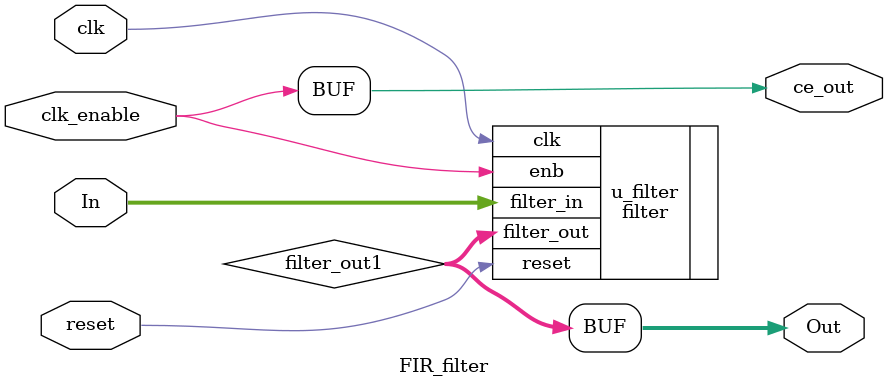
<source format=v>



`timescale 1 ns / 1 ns

module FIR_filter
          (
           clk,
           reset,
           clk_enable,
           In,
           ce_out,
           Out
          );



  input   clk;
  input   reset;
  input   clk_enable;
  input   signed [13:0] In;  // sfix14
  output  ce_out;
  output  signed [13:0] Out;  // sfix14

  wire signed [13:0] filter_out1;  // sfix14


  filter   u_filter   (.clk(clk),
                       .reset(reset),
                       .enb(clk_enable),
                       .filter_in(In),  // sfix14
                       .filter_out(filter_out1)  // sfix14
                       );

  assign Out = filter_out1;

  assign ce_out = clk_enable;

endmodule  // FIR_filter


</source>
